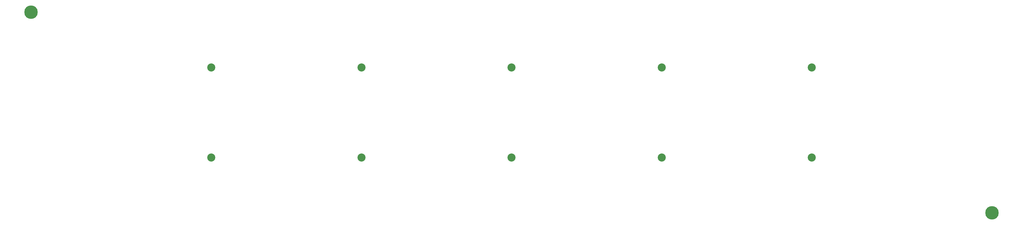
<source format=gbr>
%TF.GenerationSoftware,KiCad,Pcbnew,(6.0.10)*%
%TF.CreationDate,2023-01-22T19:50:49+01:00*%
%TF.ProjectId,exiLight,6578694c-6967-4687-942e-6b696361645f,1.1*%
%TF.SameCoordinates,Original*%
%TF.FileFunction,Soldermask,Bot*%
%TF.FilePolarity,Negative*%
%FSLAX46Y46*%
G04 Gerber Fmt 4.6, Leading zero omitted, Abs format (unit mm)*
G04 Created by KiCad (PCBNEW (6.0.10)) date 2023-01-22 19:50:49*
%MOMM*%
%LPD*%
G01*
G04 APERTURE LIST*
%ADD10C,4.500000*%
%ADD11C,2.700000*%
G04 APERTURE END LIST*
D10*
%TO.C,REF\u002A\u002A*%
X53000000Y-109500000D03*
%TD*%
D11*
%TO.C,REF\u002A\u002A6*%
X163000000Y-158000000D03*
X163000000Y-158000000D03*
%TD*%
%TO.C,REF\u002A\u002A*%
X113000000Y-128000000D03*
X113000000Y-128000000D03*
%TD*%
%TO.C,REF\u002A\u002A2*%
X213000000Y-128000000D03*
X213000000Y-128000000D03*
%TD*%
D10*
%TO.C,REF\u002A\u002A*%
X373000000Y-176500000D03*
%TD*%
D11*
%TO.C,REF\u002A\u002A9*%
X313000000Y-158000000D03*
X313000000Y-158000000D03*
%TD*%
%TO.C,REF\u002A\u002A3*%
X263000000Y-128000000D03*
X263000000Y-128000000D03*
%TD*%
%TO.C,REF\u002A\u002A8*%
X263000000Y-158000000D03*
X263000000Y-158000000D03*
%TD*%
%TO.C,REF\u002A\u002A5*%
X113000000Y-158000000D03*
X113000000Y-158000000D03*
%TD*%
%TO.C,REF\u002A\u002A7*%
X213000000Y-158000000D03*
X213000000Y-158000000D03*
%TD*%
%TO.C,REF\u002A\u002A1*%
X163000000Y-128000000D03*
X163000000Y-128000000D03*
%TD*%
%TO.C,REF\u002A\u002A4*%
X313000000Y-128000000D03*
X313000000Y-128000000D03*
%TD*%
M02*

</source>
